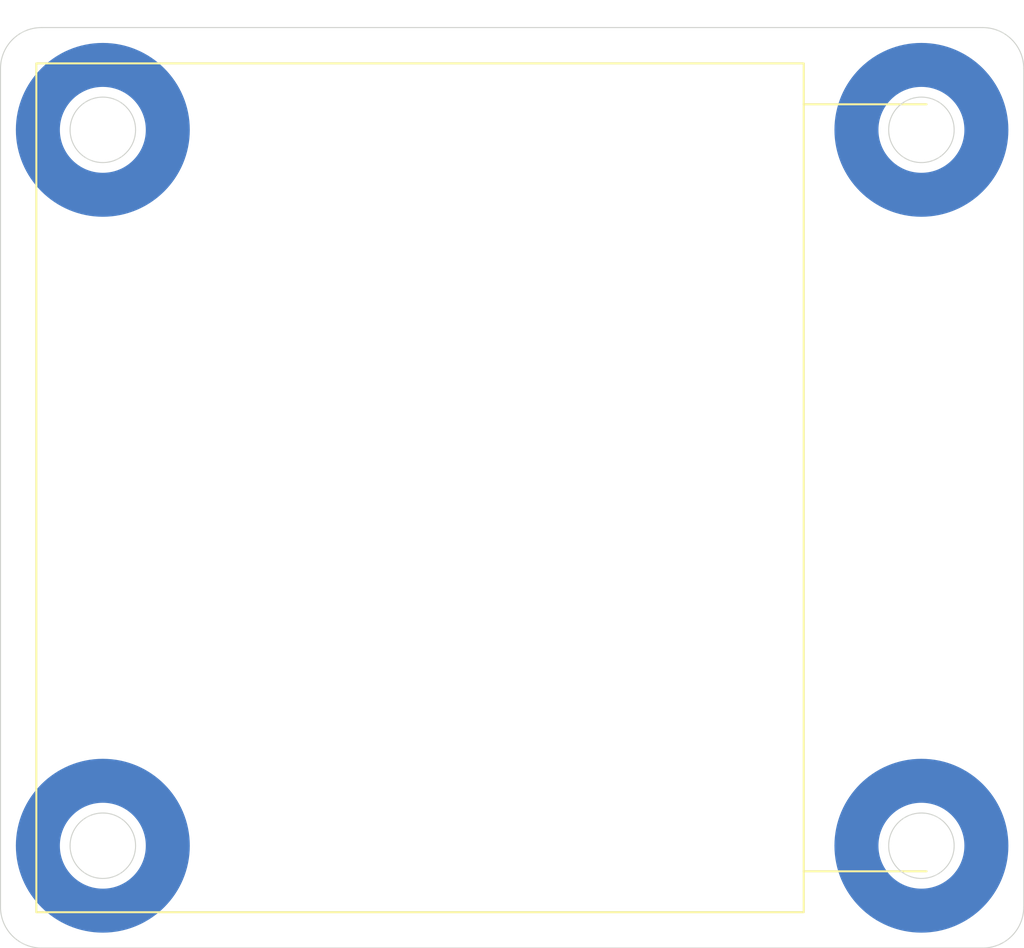
<source format=kicad_pcb>
(kicad_pcb (version 20240108) (generator "pcbnew") (generator_version "8.0")
  (layers (0 "F.Cu" signal) (31 "B.Cu" signal) (34 "B.Paste" user) (35 "F.Paste" user) (36 "B.SilkS" user "B.Silkscreen") (37 "F.SilkS" user "F.Silkscreen") (38 "B.Mask" user) (39 "F.Mask" user) (44 "Edge.Cuts" user))
  (net 0 "")
  (footprint "Project:746600330" (layer "B.Cu") (at 165 117.5 180)
    (property "Reference" "REF**" (hide yes))
    (property "Value" "746600330" (hide yes))
    (fp_circle (center 0 0) (end 3.175 0) (stroke (width 2.15)) (fill none) (layer "B.Cu"))
    (fp_circle (center 0 0) (end 1.6 0) (stroke (width 0.05)) (fill none) (layer "Edge.Cuts"))
  )
  (footprint "Project:746600330" (layer "B.Cu") (at 125 82.5 180)
    (property "Reference" "REF**" (hide yes))
    (property "Value" "746600330" (hide yes))
    (fp_circle (center 0 0) (end 3.175 0) (stroke (width 2.15)) (fill none) (layer "B.Cu"))
    (fp_circle (center 0 0) (end 1.6 0) (stroke (width 0.05)) (fill none) (layer "Edge.Cuts"))
  )
  (footprint "Project:746600330" (layer "B.Cu") (at 165 82.5 180)
    (property "Reference" "REF**" (hide yes))
    (property "Value" "746600330" (hide yes))
    (fp_circle (center 0 0) (end 3.175 0) (stroke (width 2.15)) (fill none) (layer "B.Cu"))
    (fp_circle (center 0 0) (end 1.6 0) (stroke (width 0.05)) (fill none) (layer "Edge.Cuts"))
  )
  (footprint "Project:746600330" (layer "B.Cu") (at 125 117.5 180)
    (property "Reference" "REF**" (hide yes))
    (property "Value" "746600330" (hide yes))
    (fp_circle (center 0 0) (end 3.175 0) (stroke (width 2.15)) (fill none) (layer "B.Cu"))
    (fp_circle (center 0 0) (end 1.6 0) (stroke (width 0.05)) (fill none) (layer "Edge.Cuts"))
  )
  (gr_line (start 159.25 118.75) (end 165.25 118.75) (stroke (width 0.1)) (layer "F.SilkS"))
  (gr_line (start 159.25 81.25) (end 165.25 81.25) (stroke (width 0.1)) (layer "F.SilkS"))
  (gr_rect (start 121.75 79.25) (end 159.25 120.75) (stroke (width 0.1)) (fill none) (layer "F.SilkS"))
  (gr_line (start 168 77.5) (end 122 77.5) (stroke (width 0.05)) (layer "Edge.Cuts"))
  (gr_line (start 120 79.5) (end 120 120.5) (stroke (width 0.05)) (layer "Edge.Cuts"))
  (gr_arc (start 120 79.5) (mid 120.585786 78.085786) (end 122 77.5) (stroke (width 0.05)) (layer "Edge.Cuts"))
  (gr_arc (start 122 122.5) (mid 120.585786 121.914214) (end 120 120.5) (stroke (width 0.05)) (layer "Edge.Cuts"))
  (gr_line (start 170 120.5) (end 170 79.5) (stroke (width 0.05)) (layer "Edge.Cuts"))
  (gr_arc (start 168 77.5) (mid 169.414214 78.085786) (end 170 79.5) (stroke (width 0.05)) (layer "Edge.Cuts"))
  (gr_arc (start 170 120.5) (mid 169.414214 121.914214) (end 168 122.5) (stroke (width 0.05)) (layer "Edge.Cuts"))
  (gr_line (start 122 122.5) (end 168 122.5) (stroke (width 0.05)) (layer "Edge.Cuts"))
)
</source>
